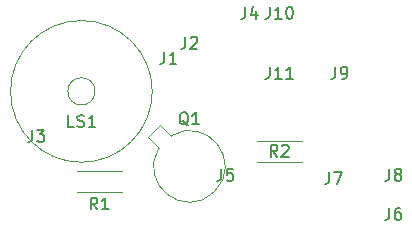
<source format=gbr>
%TF.GenerationSoftware,KiCad,Pcbnew,5.1.6-c6e7f7d~87~ubuntu18.04.1*%
%TF.CreationDate,2021-11-16T17:45:47+01:00*%
%TF.ProjectId,e-p-wifi-lf,652d702d-7769-4666-992d-6c662e6b6963,rev?*%
%TF.SameCoordinates,Original*%
%TF.FileFunction,Legend,Top*%
%TF.FilePolarity,Positive*%
%FSLAX46Y46*%
G04 Gerber Fmt 4.6, Leading zero omitted, Abs format (unit mm)*
G04 Created by KiCad (PCBNEW 5.1.6-c6e7f7d~87~ubuntu18.04.1) date 2021-11-16 17:45:47*
%MOMM*%
%LPD*%
G01*
G04 APERTURE LIST*
%ADD10C,0.120000*%
%ADD11C,0.150000*%
G04 APERTURE END LIST*
D10*
%TO.C,Q1*%
X51757669Y-123411719D02*
X50845501Y-122499552D01*
X50845501Y-122499552D02*
X49855552Y-123489501D01*
X49855552Y-123489501D02*
X50767719Y-124401669D01*
X50767850Y-124401456D02*
G75*
G03*
X51757669Y-123411719I2572150J-1582544D01*
G01*
%TO.C,LS1*%
X45346000Y-119634000D02*
G75*
G03*
X45346000Y-119634000I-1150000J0D01*
G01*
X50196000Y-119634000D02*
G75*
G03*
X50196000Y-119634000I-6000000J0D01*
G01*
%TO.C,R1*%
X47640000Y-128174000D02*
X43800000Y-128174000D01*
X47640000Y-126334000D02*
X43800000Y-126334000D01*
%TO.C,R2*%
X59040000Y-125634000D02*
X62880000Y-125634000D01*
X59040000Y-123794000D02*
X62880000Y-123794000D01*
%TO.C,Q1*%
D11*
X53244761Y-122511619D02*
X53149523Y-122464000D01*
X53054285Y-122368761D01*
X52911428Y-122225904D01*
X52816190Y-122178285D01*
X52720952Y-122178285D01*
X52768571Y-122416380D02*
X52673333Y-122368761D01*
X52578095Y-122273523D01*
X52530476Y-122083047D01*
X52530476Y-121749714D01*
X52578095Y-121559238D01*
X52673333Y-121464000D01*
X52768571Y-121416380D01*
X52959047Y-121416380D01*
X53054285Y-121464000D01*
X53149523Y-121559238D01*
X53197142Y-121749714D01*
X53197142Y-122083047D01*
X53149523Y-122273523D01*
X53054285Y-122368761D01*
X52959047Y-122416380D01*
X52768571Y-122416380D01*
X54149523Y-122416380D02*
X53578095Y-122416380D01*
X53863809Y-122416380D02*
X53863809Y-121416380D01*
X53768571Y-121559238D01*
X53673333Y-121654476D01*
X53578095Y-121702095D01*
%TO.C,J1*%
X51228666Y-116292380D02*
X51228666Y-117006666D01*
X51181047Y-117149523D01*
X51085809Y-117244761D01*
X50942952Y-117292380D01*
X50847714Y-117292380D01*
X52228666Y-117292380D02*
X51657238Y-117292380D01*
X51942952Y-117292380D02*
X51942952Y-116292380D01*
X51847714Y-116435238D01*
X51752476Y-116530476D01*
X51657238Y-116578095D01*
%TO.C,J2*%
X53006666Y-115022380D02*
X53006666Y-115736666D01*
X52959047Y-115879523D01*
X52863809Y-115974761D01*
X52720952Y-116022380D01*
X52625714Y-116022380D01*
X53435238Y-115117619D02*
X53482857Y-115070000D01*
X53578095Y-115022380D01*
X53816190Y-115022380D01*
X53911428Y-115070000D01*
X53959047Y-115117619D01*
X54006666Y-115212857D01*
X54006666Y-115308095D01*
X53959047Y-115450952D01*
X53387619Y-116022380D01*
X54006666Y-116022380D01*
%TO.C,J3*%
X40052666Y-122896380D02*
X40052666Y-123610666D01*
X40005047Y-123753523D01*
X39909809Y-123848761D01*
X39766952Y-123896380D01*
X39671714Y-123896380D01*
X40433619Y-122896380D02*
X41052666Y-122896380D01*
X40719333Y-123277333D01*
X40862190Y-123277333D01*
X40957428Y-123324952D01*
X41005047Y-123372571D01*
X41052666Y-123467809D01*
X41052666Y-123705904D01*
X41005047Y-123801142D01*
X40957428Y-123848761D01*
X40862190Y-123896380D01*
X40576476Y-123896380D01*
X40481238Y-123848761D01*
X40433619Y-123801142D01*
%TO.C,J4*%
X58086666Y-112482380D02*
X58086666Y-113196666D01*
X58039047Y-113339523D01*
X57943809Y-113434761D01*
X57800952Y-113482380D01*
X57705714Y-113482380D01*
X58991428Y-112815714D02*
X58991428Y-113482380D01*
X58753333Y-112434761D02*
X58515238Y-113149047D01*
X59134285Y-113149047D01*
%TO.C,J5*%
X56054666Y-126198380D02*
X56054666Y-126912666D01*
X56007047Y-127055523D01*
X55911809Y-127150761D01*
X55768952Y-127198380D01*
X55673714Y-127198380D01*
X57007047Y-126198380D02*
X56530857Y-126198380D01*
X56483238Y-126674571D01*
X56530857Y-126626952D01*
X56626095Y-126579333D01*
X56864190Y-126579333D01*
X56959428Y-126626952D01*
X57007047Y-126674571D01*
X57054666Y-126769809D01*
X57054666Y-127007904D01*
X57007047Y-127103142D01*
X56959428Y-127150761D01*
X56864190Y-127198380D01*
X56626095Y-127198380D01*
X56530857Y-127150761D01*
X56483238Y-127103142D01*
%TO.C,J6*%
X70278666Y-129500380D02*
X70278666Y-130214666D01*
X70231047Y-130357523D01*
X70135809Y-130452761D01*
X69992952Y-130500380D01*
X69897714Y-130500380D01*
X71183428Y-129500380D02*
X70992952Y-129500380D01*
X70897714Y-129548000D01*
X70850095Y-129595619D01*
X70754857Y-129738476D01*
X70707238Y-129928952D01*
X70707238Y-130309904D01*
X70754857Y-130405142D01*
X70802476Y-130452761D01*
X70897714Y-130500380D01*
X71088190Y-130500380D01*
X71183428Y-130452761D01*
X71231047Y-130405142D01*
X71278666Y-130309904D01*
X71278666Y-130071809D01*
X71231047Y-129976571D01*
X71183428Y-129928952D01*
X71088190Y-129881333D01*
X70897714Y-129881333D01*
X70802476Y-129928952D01*
X70754857Y-129976571D01*
X70707238Y-130071809D01*
%TO.C,J7*%
X65198666Y-126452380D02*
X65198666Y-127166666D01*
X65151047Y-127309523D01*
X65055809Y-127404761D01*
X64912952Y-127452380D01*
X64817714Y-127452380D01*
X65579619Y-126452380D02*
X66246285Y-126452380D01*
X65817714Y-127452380D01*
%TO.C,J8*%
X70278666Y-126198380D02*
X70278666Y-126912666D01*
X70231047Y-127055523D01*
X70135809Y-127150761D01*
X69992952Y-127198380D01*
X69897714Y-127198380D01*
X70897714Y-126626952D02*
X70802476Y-126579333D01*
X70754857Y-126531714D01*
X70707238Y-126436476D01*
X70707238Y-126388857D01*
X70754857Y-126293619D01*
X70802476Y-126246000D01*
X70897714Y-126198380D01*
X71088190Y-126198380D01*
X71183428Y-126246000D01*
X71231047Y-126293619D01*
X71278666Y-126388857D01*
X71278666Y-126436476D01*
X71231047Y-126531714D01*
X71183428Y-126579333D01*
X71088190Y-126626952D01*
X70897714Y-126626952D01*
X70802476Y-126674571D01*
X70754857Y-126722190D01*
X70707238Y-126817428D01*
X70707238Y-127007904D01*
X70754857Y-127103142D01*
X70802476Y-127150761D01*
X70897714Y-127198380D01*
X71088190Y-127198380D01*
X71183428Y-127150761D01*
X71231047Y-127103142D01*
X71278666Y-127007904D01*
X71278666Y-126817428D01*
X71231047Y-126722190D01*
X71183428Y-126674571D01*
X71088190Y-126626952D01*
%TO.C,J9*%
X65706666Y-117562380D02*
X65706666Y-118276666D01*
X65659047Y-118419523D01*
X65563809Y-118514761D01*
X65420952Y-118562380D01*
X65325714Y-118562380D01*
X66230476Y-118562380D02*
X66420952Y-118562380D01*
X66516190Y-118514761D01*
X66563809Y-118467142D01*
X66659047Y-118324285D01*
X66706666Y-118133809D01*
X66706666Y-117752857D01*
X66659047Y-117657619D01*
X66611428Y-117610000D01*
X66516190Y-117562380D01*
X66325714Y-117562380D01*
X66230476Y-117610000D01*
X66182857Y-117657619D01*
X66135238Y-117752857D01*
X66135238Y-117990952D01*
X66182857Y-118086190D01*
X66230476Y-118133809D01*
X66325714Y-118181428D01*
X66516190Y-118181428D01*
X66611428Y-118133809D01*
X66659047Y-118086190D01*
X66706666Y-117990952D01*
%TO.C,J10*%
X60150476Y-112482380D02*
X60150476Y-113196666D01*
X60102857Y-113339523D01*
X60007619Y-113434761D01*
X59864761Y-113482380D01*
X59769523Y-113482380D01*
X61150476Y-113482380D02*
X60579047Y-113482380D01*
X60864761Y-113482380D02*
X60864761Y-112482380D01*
X60769523Y-112625238D01*
X60674285Y-112720476D01*
X60579047Y-112768095D01*
X61769523Y-112482380D02*
X61864761Y-112482380D01*
X61960000Y-112530000D01*
X62007619Y-112577619D01*
X62055238Y-112672857D01*
X62102857Y-112863333D01*
X62102857Y-113101428D01*
X62055238Y-113291904D01*
X62007619Y-113387142D01*
X61960000Y-113434761D01*
X61864761Y-113482380D01*
X61769523Y-113482380D01*
X61674285Y-113434761D01*
X61626666Y-113387142D01*
X61579047Y-113291904D01*
X61531428Y-113101428D01*
X61531428Y-112863333D01*
X61579047Y-112672857D01*
X61626666Y-112577619D01*
X61674285Y-112530000D01*
X61769523Y-112482380D01*
%TO.C,J11*%
X60150476Y-117562380D02*
X60150476Y-118276666D01*
X60102857Y-118419523D01*
X60007619Y-118514761D01*
X59864761Y-118562380D01*
X59769523Y-118562380D01*
X61150476Y-118562380D02*
X60579047Y-118562380D01*
X60864761Y-118562380D02*
X60864761Y-117562380D01*
X60769523Y-117705238D01*
X60674285Y-117800476D01*
X60579047Y-117848095D01*
X62102857Y-118562380D02*
X61531428Y-118562380D01*
X61817142Y-118562380D02*
X61817142Y-117562380D01*
X61721904Y-117705238D01*
X61626666Y-117800476D01*
X61531428Y-117848095D01*
%TO.C,LS1*%
X43573142Y-122636380D02*
X43096952Y-122636380D01*
X43096952Y-121636380D01*
X43858857Y-122588761D02*
X44001714Y-122636380D01*
X44239809Y-122636380D01*
X44335047Y-122588761D01*
X44382666Y-122541142D01*
X44430285Y-122445904D01*
X44430285Y-122350666D01*
X44382666Y-122255428D01*
X44335047Y-122207809D01*
X44239809Y-122160190D01*
X44049333Y-122112571D01*
X43954095Y-122064952D01*
X43906476Y-122017333D01*
X43858857Y-121922095D01*
X43858857Y-121826857D01*
X43906476Y-121731619D01*
X43954095Y-121684000D01*
X44049333Y-121636380D01*
X44287428Y-121636380D01*
X44430285Y-121684000D01*
X45382666Y-122636380D02*
X44811238Y-122636380D01*
X45096952Y-122636380D02*
X45096952Y-121636380D01*
X45001714Y-121779238D01*
X44906476Y-121874476D01*
X44811238Y-121922095D01*
%TO.C,R1*%
X45553333Y-129626380D02*
X45220000Y-129150190D01*
X44981904Y-129626380D02*
X44981904Y-128626380D01*
X45362857Y-128626380D01*
X45458095Y-128674000D01*
X45505714Y-128721619D01*
X45553333Y-128816857D01*
X45553333Y-128959714D01*
X45505714Y-129054952D01*
X45458095Y-129102571D01*
X45362857Y-129150190D01*
X44981904Y-129150190D01*
X46505714Y-129626380D02*
X45934285Y-129626380D01*
X46220000Y-129626380D02*
X46220000Y-128626380D01*
X46124761Y-128769238D01*
X46029523Y-128864476D01*
X45934285Y-128912095D01*
%TO.C,R2*%
X60793333Y-125166380D02*
X60460000Y-124690190D01*
X60221904Y-125166380D02*
X60221904Y-124166380D01*
X60602857Y-124166380D01*
X60698095Y-124214000D01*
X60745714Y-124261619D01*
X60793333Y-124356857D01*
X60793333Y-124499714D01*
X60745714Y-124594952D01*
X60698095Y-124642571D01*
X60602857Y-124690190D01*
X60221904Y-124690190D01*
X61174285Y-124261619D02*
X61221904Y-124214000D01*
X61317142Y-124166380D01*
X61555238Y-124166380D01*
X61650476Y-124214000D01*
X61698095Y-124261619D01*
X61745714Y-124356857D01*
X61745714Y-124452095D01*
X61698095Y-124594952D01*
X61126666Y-125166380D01*
X61745714Y-125166380D01*
%TD*%
M02*

</source>
